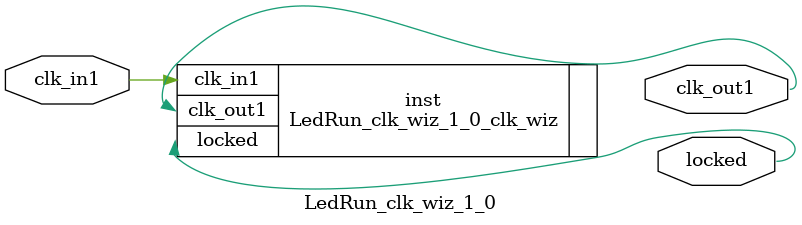
<source format=v>


`timescale 1ps/1ps

(* CORE_GENERATION_INFO = "LedRun_clk_wiz_1_0,clk_wiz_v5_4_3_0,{component_name=LedRun_clk_wiz_1_0,use_phase_alignment=true,use_min_o_jitter=false,use_max_i_jitter=false,use_dyn_phase_shift=false,use_inclk_switchover=false,use_dyn_reconfig=false,enable_axi=0,feedback_source=FDBK_AUTO,PRIMITIVE=MMCM,num_out_clk=1,clkin1_period=20.000,clkin2_period=10.0,use_power_down=false,use_reset=false,use_locked=true,use_inclk_stopped=false,feedback_type=SINGLE,CLOCK_MGR_TYPE=NA,manual_override=false}" *)

module LedRun_clk_wiz_1_0 
 (
  // Clock out ports
  output        clk_out1,
  // Status and control signals
  output        locked,
 // Clock in ports
  input         clk_in1
 );

  LedRun_clk_wiz_1_0_clk_wiz inst
  (
  // Clock out ports  
  .clk_out1(clk_out1),
  // Status and control signals               
  .locked(locked),
 // Clock in ports
  .clk_in1(clk_in1)
  );

endmodule

</source>
